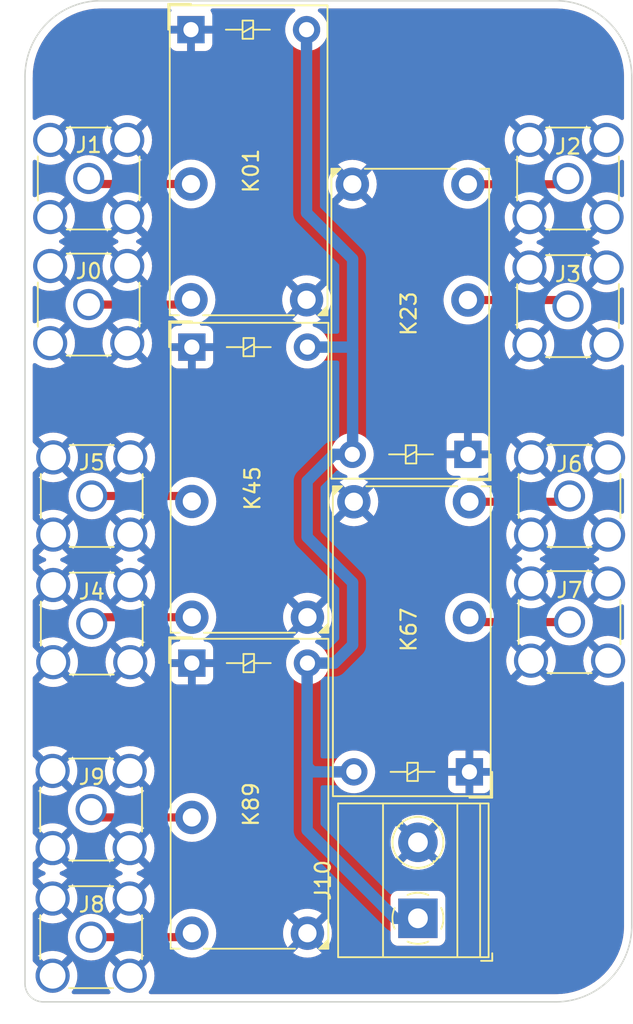
<source format=kicad_pcb>
(kicad_pcb (version 20211014) (generator pcbnew)
  (layers (0 "F.Cu" signal) (31 "B.Cu" signal) (34 "B.Paste" user) (35 "F.Paste" user) (36 "B.SilkS" user "B.Silkscreen") (37 "F.SilkS" user "F.Silkscreen") (38 "B.Mask" user) (39 "F.Mask" user) (44 "Edge.Cuts" user))
  (net 0 "")
  (net 1 "Net-(J0-Pad1)")
  (net 2 "GND")
  (net 3 "Net-(J1-Pad1)")
  (net 4 "Net-(J2-Pad1)")
  (net 5 "Net-(J3-Pad1)")
  (net 6 "Net-(J4-Pad1)")
  (net 7 "Net-(J5-Pad1)")
  (net 8 "Net-(J6-Pad1)")
  (net 9 "Net-(J7-Pad1)")
  (net 10 "Net-(J8-Pad1)")
  (net 11 "Net-(J9-Pad1)")
  (net 12 "+12V")
  (footprint "Connector_Coaxial:SMA_Amphenol_132134-11_Vertical" (layer "F.Cu") (at 264.3 119.6 -90)
    (fp_text reference "J6" (at -2.1 0 180) (layer "F.SilkS"))
    (fp_text value "SMA Connector")
    (fp_line (start -1.45 -3.355) (end 1.45 -3.355) (layer "F.SilkS") (width 0.12))
    (fp_line (start 3.355 -1.45) (end 3.355 1.45) (layer "F.SilkS") (width 0.12))
    (fp_line (start -1.45 3.355) (end 1.45 3.355) (layer "F.SilkS") (width 0.12))
    (fp_line (start -3.355 -1.45) (end -3.355 1.45) (layer "F.SilkS") (width 0.12))
    (pad "1" thru_hole circle (at 0 0 270) (size 2.05 2.05) (drill 1.5) (layers *.Cu *.Mask) (net 8 "Net-(J6-Pad1)"))
    (pad "2" thru_hole circle (at -2.54 2.54 270) (size 2.25 2.25) (drill 1.7) (layers *.Cu *.Mask) (net 2 "GND"))
    (pad "2" thru_hole circle (at 2.54 -2.54 270) (size 2.25 2.25) (drill 1.7) (layers *.Cu *.Mask) (net 2 "GND"))
    (pad "2" thru_hole circle (at 2.54 2.54 270) (size 2.25 2.25) (drill 1.7) (layers *.Cu *.Mask) (net 2 "GND"))
    (pad "2" thru_hole circle (at -2.54 -2.54 270) (size 2.25 2.25) (drill 1.7) (layers *.Cu *.Mask) (net 2 "GND"))
  )
  (footprint "Connector_Coaxial:SMA_Amphenol_132134-11_Vertical" (layer "F.Cu") (at 232.76 148.64 90)
    (fp_text reference "J8" (at 2.14 0.04 180) (layer "F.SilkS"))
    (fp_text value "SMA Connector")
    (fp_line (start 3.355 -1.45) (end 3.355 1.45) (layer "F.SilkS") (width 0.12))
    (fp_line (start -1.45 3.355) (end 1.45 3.355) (layer "F.SilkS") (width 0.12))
    (fp_line (start -1.45 -3.355) (end 1.45 -3.355) (layer "F.SilkS") (width 0.12))
    (fp_line (start -3.355 -1.45) (end -3.355 1.45) (layer "F.SilkS") (width 0.12))
    (pad "1" thru_hole circle (at 0 0 90) (size 2.05 2.05) (drill 1.5) (layers *.Cu *.Mask) (net 10 "Net-(J8-Pad1)"))
    (pad "2" thru_hole circle (at -2.54 -2.54 90) (size 2.25 2.25) (drill 1.7) (layers *.Cu *.Mask) (net 2 "GND"))
    (pad "2" thru_hole circle (at -2.54 2.54 90) (size 2.25 2.25) (drill 1.7) (layers *.Cu *.Mask) (net 2 "GND"))
    (pad "2" thru_hole circle (at 2.54 2.54 90) (size 2.25 2.25) (drill 1.7) (layers *.Cu *.Mask) (net 2 "GND"))
    (pad "2" thru_hole circle (at 2.54 -2.54 90) (size 2.25 2.25) (drill 1.7) (layers *.Cu *.Mask) (net 2 "GND"))
  )
  (footprint "Relay_THT:Relay_SPDT_Finder_32.21-x000" (layer "F.Cu") (at 239.3425 88.9025 -90)
    (fp_text reference "K01" (at 9.2975 -3.9575 90) (layer "F.SilkS"))
    (fp_text value "FINDER-32.21-x000")
    (fp_line (start 18.8 -9) (end 18.8 -8.4) (layer "F.SilkS") (width 0.12))
    (fp_line (start 0 -4.1) (end 0 -5.2) (layer "F.SilkS") (width 0.12))
    (fp_line (start 0 -3.4) (end 0 -2.3) (layer "F.SilkS") (width 0.12))
    (fp_line (start 0.6 -3.4) (end 0.6 -4.1) (layer "F.SilkS") (width 0.12))
    (fp_line (start 0 1.5) (end -1.7 1.5) (layer "F.SilkS") (width 0.12))
    (fp_line (start 18.8 -8.6) (end 18.4 -9) (layer "F.SilkS") (width 0.12))
    (fp_line (start -1.7 1.5) (end -1.7 0) (layer "F.SilkS") (width 0.12))
    (fp_line (start -1.6 -9) (end 18.8 -9) (layer "F.SilkS") (width 0.12))
    (fp_line (start 18.8 0.8) (end 18.8 1.4) (layer "F.SilkS") (width 0.12))
    (fp_line (start 18.8 -8.5) (end 18.3 -9) (layer "F.SilkS") (width 0.12))
    (fp_line (start 18.8 1.4) (end -1.6 1.4) (layer "F.SilkS") (width 0.12))
    (fp_line (start -0.6 -3.4) (end 0.6 -3.4) (layer "F.SilkS") (width 0.12))
    (fp_line (start 18.2 -9) (end 18.8 -8.4) (layer "F.SilkS") (width 0.12))
    (fp_line (start 18.6 -9) (end 18.8 -8.8) (layer "F.SilkS") (width 0.12))
    (fp_line (start 0.6 -4.1) (end -0.6 -4.1) (layer "F.SilkS") (width 0.12))
    (fp_line (start 18.8 -6.8) (end 18.8 -0.8) (layer "F.SilkS") (width 0.12))
    (fp_line (start -1.6 1.4) (end -1.6 -9) (layer "F.SilkS") (width 0.12))
    (fp_line (start -0.6 -4.1) (end -0.6 -3.4) (layer "F.SilkS") (width 0.12))
    (fp_line (start 0.2 -3.4) (end -0.2 -4.1) (layer "F.SilkS") (width 0.12))
    (fp_line (start 18.8 -8.7) (end 18.4 -9) (layer "F.SilkS") (width 0.12))
    (pad "11" thru_hole circle (at 10.16 0) (size 2.2 2.2) (drill 1.2) (layers *.Cu *.Mask) (net 3 "Net-(J1-Pad1)"))
    (pad "12" thru_hole circle (at 17.78 -7.62) (size 2.2 2.2) (drill 1.2) (layers *.Cu *.Mask) (net 2 "GND"))
    (pad "14" thru_hole circle (at 17.78 0) (size 2.2 2.2) (drill 1.2) (layers *.Cu *.Mask) (net 1 "Net-(J0-Pad1)"))
    (pad "A1" thru_hole rect (at 0 0) (size 1.8 1.8) (drill 1) (layers *.Cu *.Mask) (net 2 "GND"))
    (pad "A2" thru_hole circle (at 0 -7.62) (size 1.8 1.8) (drill 1) (layers *.Cu *.Mask) (net 12 "+12V"))
  )
  (footprint "Relay_THT:Relay_SPDT_Finder_32.21-x000" (layer "F.Cu") (at 257.7 137.76 90)
    (fp_text reference "K67" (at 9.36 -4 90) (layer "F.SilkS"))
    (fp_text value "FINDER-32.21-x000")
    (fp_line (start 18.8 -8.7) (end 18.4 -9) (layer "F.SilkS") (width 0.12))
    (fp_line (start -1.7 1.5) (end -1.7 0) (layer "F.SilkS") (width 0.12))
    (fp_line (start 0.2 -3.4) (end -0.2 -4.1) (layer "F.SilkS") (width 0.12))
    (fp_line (start 0.6 -3.4) (end 0.6 -4.1) (layer "F.SilkS") (width 0.12))
    (fp_line (start -0.6 -3.4) (end 0.6 -3.4) (layer "F.SilkS") (width 0.12))
    (fp_line (start 18.2 -9) (end 18.8 -8.4) (layer "F.SilkS") (width 0.12))
    (fp_line (start -0.6 -4.1) (end -0.6 -3.4) (layer "F.SilkS") (width 0.12))
    (fp_line (start 18.8 -8.6) (end 18.4 -9) (layer "F.SilkS") (width 0.12))
    (fp_line (start 18.8 -9) (end 18.8 -8.4) (layer "F.SilkS") (width 0.12))
    (fp_line (start -1.6 1.4) (end -1.6 -9) (layer "F.SilkS") (width 0.12))
    (fp_line (start 0 -4.1) (end 0 -5.2) (layer "F.SilkS") (width 0.12))
    (fp_line (start 18.8 -8.5) (end 18.3 -9) (layer "F.SilkS") (width 0.12))
    (fp_line (start 18.8 1.4) (end -1.6 1.4) (layer "F.SilkS") (width 0.12))
    (fp_line (start 18.8 -6.8) (end 18.8 -0.8) (layer "F.SilkS") (width 0.12))
    (fp_line (start -1.6 -9) (end 18.8 -9) (layer "F.SilkS") (width 0.12))
    (fp_line (start 0 1.5) (end -1.7 1.5) (layer "F.SilkS") (width 0.12))
    (fp_line (start 0.6 -4.1) (end -0.6 -4.1) (layer "F.SilkS") (width 0.12))
    (fp_line (start 18.8 0.8) (end 18.8 1.4) (layer "F.SilkS") (width 0.12))
    (fp_line (start 18.6 -9) (end 18.8 -8.8) (layer "F.SilkS") (width 0.12))
    (fp_line (start 0 -3.4) (end 0 -2.3) (layer "F.SilkS") (width 0.12))
    (pad "11" thru_hole circle (at 10.16 0 180) (size 2.2 2.2) (drill 1.2) (layers *.Cu *.Mask) (net 9 "Net-(J7-Pad1)"))
    (pad "12" thru_hole circle (at 17.78 -7.62 180) (size 2.2 2.2) (drill 1.2) (layers *.Cu *.Mask) (net 2 "GND"))
    (pad "14" thru_hole circle (at 17.78 0 180) (size 2.2 2.2) (drill 1.2) (layers *.Cu *.Mask) (net 8 "Net-(J6-Pad1)"))
    (pad "A1" thru_hole rect (at 0 0 180) (size 1.8 1.8) (drill 1) (layers *.Cu *.Mask) (net 2 "GND"))
    (pad "A2" thru_hole circle (at 0 -7.62 180) (size 1.8 1.8) (drill 1) (layers *.Cu *.Mask) (net 12 "+12V"))
  )
  (footprint "TerminalBlock_Phoenix:TerminalBlock_Phoenix_MKDS-1,5-2_1x02_P5.00mm_Horizontal" (layer "F.Cu") (at 254.305 147.4 90)
    (fp_text reference "J10" (at 2.5 -6.26 90) (layer "F.SilkS"))
    (fp_text value "Screw_Terminal_01x02")
    (fp_line (start 3.773 1.023) (end 3.726 1.069) (layer "F.SilkS") (width 0.12))
    (fp_line (start -2.56 -5.261) (end 7.56 -5.261) (layer "F.SilkS") (width 0.12))
    (fp_line (start -2.8 4.16) (end -2.8 4.9) (layer "F.SilkS") (width 0.12))
    (fp_line (start -2.8 4.9) (end -2.3 4.9) (layer "F.SilkS") (width 0.12))
    (fp_line (start -2.56 4.1) (end 7.56 4.1) (layer "F.SilkS") (width 0.12))
    (fp_line (start -2.56 2.6) (end 7.56 2.6) (layer "F.SilkS") (width 0.12))
    (fp_line (start 6.07 -1.275) (end 6.035 -1.239) (layer "F.SilkS") (width 0.12))
    (fp_line (start 6.275 -1.069) (end 6.228 -1.023) (layer "F.SilkS") (width 0.12))
    (fp_line (start -2.56 4.66) (end 7.56 4.66) (layer "F.SilkS") (width 0.12))
    (fp_line (start -2.56 -2.301) (end 7.56 -2.301) (layer "F.SilkS") (width 0.12))
    (fp_line (start 3.966 1.239) (end 3.931 1.274) (layer "F.SilkS") (width 0.12))
    (fp_line (start 7.56 -5.261) (end 7.56 4.66) (layer "F.SilkS") (width 0.12))
    (fp_line (start -2.56 -5.261) (end -2.56 4.66) (layer "F.SilkS") (width 0.12))
    (fp_arc (start -0.683042 -1.535427) (mid 0.000524 -1.680501) (end 0.684 -1.535) (layer "F.SilkS") (width 0.12))
    (fp_arc (start 1.535427 -0.683042) (mid 1.680501 0.000524) (end 1.535 0.684) (layer "F.SilkS") (width 0.12))
    (fp_arc (start -1.535427 0.683042) (mid -1.680501 -0.000524) (end -1.535 -0.684) (layer "F.SilkS") (width 0.12))
    (fp_arc (start 0.683318 1.534756) (mid 0.349292 1.643288) (end 0 1.68) (layer "F.SilkS") (width 0.12))
    (fp_arc (start 0.028805 1.680253) (mid -0.335551 1.646659) (end -0.684 1.535) (layer "F.SilkS") (width 0.12))
    (fp_circle (center 5 0) (end 6.68 0) (layer "F.SilkS") (width 0.12) (fill none))
    (pad "1" thru_hole rect (at 0 0 90) (size 2.6 2.6) (drill 1.3) (layers *.Cu *.Mask) (net 12 "+12V"))
    (pad "2" thru_hole circle (at 5 0 90) (size 2.6 2.6) (drill 1.3) (layers *.Cu *.Mask) (net 2 "GND"))
  )
  (footprint "Relay_THT:Relay_SPDT_Finder_32.21-x000" (layer "F.Cu") (at 257.6 116.86 90)
    (fp_text reference "K23" (at 9.26 -3.9 90) (layer "F.SilkS"))
    (fp_text value "FINDER-32.21-x000")
    (fp_line (start 18.6 -9) (end 18.8 -8.8) (layer "F.SilkS") (width 0.12))
    (fp_line (start 18.8 -8.5) (end 18.3 -9) (layer "F.SilkS") (width 0.12))
    (fp_line (start 0.6 -4.1) (end -0.6 -4.1) (layer "F.SilkS") (width 0.12))
    (fp_line (start 18.8 -6.8) (end 18.8 -0.8) (layer "F.SilkS") (width 0.12))
    (fp_line (start 18.2 -9) (end 18.8 -8.4) (layer "F.SilkS") (width 0.12))
    (fp_line (start -1.7 1.5) (end -1.7 0) (layer "F.SilkS") (width 0.12))
    (fp_line (start 18.8 -9) (end 18.8 -8.4) (layer "F.SilkS") (width 0.12))
    (fp_line (start 18.8 -8.6) (end 18.4 -9) (layer "F.SilkS") (width 0.12))
    (fp_line (start 18.8 -8.7) (end 18.4 -9) (layer "F.SilkS") (width 0.12))
    (fp_line (start -1.6 1.4) (end -1.6 -9) (layer "F.SilkS") (width 0.12))
    (fp_line (start 0 -3.4) (end 0 -2.3) (layer "F.SilkS") (width 0.12))
    (fp_line (start 18.8 1.4) (end -1.6 1.4) (layer "F.SilkS") (width 0.12))
    (fp_line (start 18.8 0.8) (end 18.8 1.4) (layer "F.SilkS") (width 0.12))
    (fp_line (start 0 -4.1) (end 0 -5.2) (layer "F.SilkS") (width 0.12))
    (fp_line (start -0.6 -3.4) (end 0.6 -3.4) (layer "F.SilkS") (width 0.12))
    (fp_line (start 0.6 -3.4) (end 0.6 -4.1) (layer "F.SilkS") (width 0.12))
    (fp_line (start -1.6 -9) (end 18.8 -9) (layer "F.SilkS") (width 0.12))
    (fp_line (start -0.6 -4.1) (end -0.6 -3.4) (layer "F.SilkS") (width 0.12))
    (fp_line (start 0 1.5) (end -1.7 1.5) (layer "F.SilkS") (width 0.12))
    (fp_line (start 0.2 -3.4) (end -0.2 -4.1) (layer "F.SilkS") (width 0.12))
    (pad "11" thru_hole circle (at 10.16 0 180) (size 2.2 2.2) (drill 1.2) (layers *.Cu *.Mask) (net 5 "Net-(J3-Pad1)"))
    (pad "12" thru_hole circle (at 17.78 -7.62 180) (size 2.2 2.2) (drill 1.2) (layers *.Cu *.Mask) (net 2 "GND"))
    (pad "14" thru_hole circle (at 17.78 0 180) (size 2.2 2.2) (drill 1.2) (layers *.Cu *.Mask) (net 4 "Net-(J2-Pad1)"))
    (pad "A1" thru_hole rect (at 0 0 180) (size 1.8 1.8) (drill 1) (layers *.Cu *.Mask) (net 2 "GND"))
    (pad "A2" thru_hole circle (at 0 -7.62 180) (size 1.8 1.8) (drill 1) (layers *.Cu *.Mask) (net 12 "+12V"))
  )
  (footprint "Connector_Coaxial:SMA_Amphenol_132134-11_Vertical" (layer "F.Cu") (at 232.76 140.24 90)
    (fp_text reference "J9" (at 2.14 0.04 180) (layer "F.SilkS"))
    (fp_text value "SMA Connector")
    (fp_line (start -1.45 -3.355) (end 1.45 -3.355) (layer "F.SilkS") (width 0.12))
    (fp_line (start -3.355 -1.45) (end -3.355 1.45) (layer "F.SilkS") (width 0.12))
    (fp_line (start -1.45 3.355) (end 1.45 3.355) (layer "F.SilkS") (width 0.12))
    (fp_line (start 3.355 -1.45) (end 3.355 1.45) (layer "F.SilkS") (width 0.12))
    (pad "1" thru_hole circle (at 0 0 90) (size 2.05 2.05) (drill 1.5) (layers *.Cu *.Mask) (net 11 "Net-(J9-Pad1)"))
    (pad "2" thru_hole circle (at 2.54 -2.54 90) (size 2.25 2.25) (drill 1.7) (layers *.Cu *.Mask) (net 2 "GND"))
    (pad "2" thru_hole circle (at -2.54 -2.54 90) (size 2.25 2.25) (drill 1.7) (layers *.Cu *.Mask) (net 2 "GND"))
    (pad "2" thru_hole circle (at 2.54 2.54 90) (size 2.25 2.25) (drill 1.7) (layers *.Cu *.Mask) (net 2 "GND"))
    (pad "2" thru_hole circle (at -2.54 2.54 90) (size 2.25 2.25) (drill 1.7) (layers *.Cu *.Mask) (net 2 "GND"))
  )
  (footprint "Connector_Coaxial:SMA_Amphenol_132134-11_Vertical" (layer "F.Cu") (at 232.8 128 90)
    (fp_text reference "J4" (at 2.1 0 180) (layer "F.SilkS"))
    (fp_text value "SMA Connector")
    (fp_line (start -1.45 -3.355) (end 1.45 -3.355) (layer "F.SilkS") (width 0.12))
    (fp_line (start -1.45 3.355) (end 1.45 3.355) (layer "F.SilkS") (width 0.12))
    (fp_line (start 3.355 -1.45) (end 3.355 1.45) (layer "F.SilkS") (width 0.12))
    (fp_line (start -3.355 -1.45) (end -3.355 1.45) (layer "F.SilkS") (width 0.12))
    (pad "1" thru_hole circle (at 0 0 90) (size 2.05 2.05) (drill 1.5) (layers *.Cu *.Mask) (net 6 "Net-(J4-Pad1)"))
    (pad "2" thru_hole circle (at -2.54 2.54 90) (size 2.25 2.25) (drill 1.7) (layers *.Cu *.Mask) (net 2 "GND"))
    (pad "2" thru_hole circle (at 2.54 -2.54 90) (size 2.25 2.25) (drill 1.7) (layers *.Cu *.Mask) (net 2 "GND"))
    (pad "2" thru_hole circle (at -2.54 -2.54 90) (size 2.25 2.25) (drill 1.7) (layers *.Cu *.Mask) (net 2 "GND"))
    (pad "2" thru_hole circle (at 2.54 2.54 90) (size 2.25 2.25) (drill 1.7) (layers *.Cu *.Mask) (net 2 "GND"))
  )
  (footprint "Relay_THT:Relay_SPDT_Finder_32.21-x000" (layer "F.Cu") (at 239.4 130.6 -90)
    (fp_text reference "K89" (at 9.3 -3.9 90) (layer "F.SilkS"))
    (fp_text value "FINDER-32.21-x000")
    (fp_line (start 0 1.5) (end -1.7 1.5) (layer "F.SilkS") (width 0.12))
    (fp_line (start 18.8 -8.7) (end 18.4 -9) (layer "F.SilkS") (width 0.12))
    (fp_line (start -1.7 1.5) (end -1.7 0) (layer "F.SilkS") (width 0.12))
    (fp_line (start 18.8 -8.5) (end 18.3 -9) (layer "F.SilkS") (width 0.12))
    (fp_line (start 18.6 -9) (end 18.8 -8.8) (layer "F.SilkS") (width 0.12))
    (fp_line (start -0.6 -4.1) (end -0.6 -3.4) (layer "F.SilkS") (width 0.12))
    (fp_line (start 0.6 -4.1) (end -0.6 -4.1) (layer "F.SilkS") (width 0.12))
    (fp_line (start 0.6 -3.4) (end 0.6 -4.1) (layer "F.SilkS") (width 0.12))
    (fp_line (start 18.2 -9) (end 18.8 -8.4) (layer "F.SilkS") (width 0.12))
    (fp_line (start 18.8 -9) (end 18.8 -8.4) (layer "F.SilkS") (width 0.12))
    (fp_line (start 18.8 -8.6) (end 18.4 -9) (layer "F.SilkS") (width 0.12))
    (fp_line (start 0.2 -3.4) (end -0.2 -4.1) (layer "F.SilkS") (width 0.12))
    (fp_line (start 18.8 -6.8) (end 18.8 -0.8) (layer "F.SilkS") (width 0.12))
    (fp_line (start 0 -3.4) (end 0 -2.3) (layer "F.SilkS") (width 0.12))
    (fp_line (start -1.6 -9) (end 18.8 -9) (layer "F.SilkS") (width 0.12))
    (fp_line (start -1.6 1.4) (end -1.6 -9) (layer "F.SilkS") (width 0.12))
    (fp_line (start 18.8 0.8) (end 18.8 1.4) (layer "F.SilkS") (width 0.12))
    (fp_line (start -0.6 -3.4) (end 0.6 -3.4) (layer "F.SilkS") (width 0.12))
    (fp_line (start 18.8 1.4) (end -1.6 1.4) (layer "F.SilkS") (width 0.12))
    (fp_line (start 0 -4.1) (end 0 -5.2) (layer "F.SilkS") (width 0.12))
    (pad "11" thru_hole circle (at 10.16 0) (size 2.2 2.2) (drill 1.2) (layers *.Cu *.Mask) (net 11 "Net-(J9-Pad1)"))
    (pad "12" thru_hole circle (at 17.78 -7.62) (size 2.2 2.2) (drill 1.2) (layers *.Cu *.Mask) (net 2 "GND"))
    (pad "14" thru_hole circle (at 17.78 0) (size 2.2 2.2) (drill 1.2) (layers *.Cu *.Mask) (net 10 "Net-(J8-Pad1)"))
    (pad "A1" thru_hole rect (at 0 0) (size 1.8 1.8) (drill 1) (layers *.Cu *.Mask) (net 2 "GND"))
    (pad "A2" thru_hole circle (at 0 -7.62) (size 1.8 1.8) (drill 1) (layers *.Cu *.Mask) (net 12 "+12V"))
  )
  (footprint "Connector_Coaxial:SMA_Amphenol_132134-11_Vertical" (layer "F.Cu") (at 264.2 98.7 -90)
    (fp_text reference "J2" (at -2.1 0 180) (layer "F.SilkS"))
    (fp_text value "SMA Connector")
    (fp_line (start -1.45 3.355) (end 1.45 3.355) (layer "F.SilkS") (width 0.12))
    (fp_line (start -1.45 -3.355) (end 1.45 -3.355) (layer "F.SilkS") (width 0.12))
    (fp_line (start -3.355 -1.45) (end -3.355 1.45) (layer "F.SilkS") (width 0.12))
    (fp_line (start 3.355 -1.45) (end 3.355 1.45) (layer "F.SilkS") (width 0.12))
    (pad "1" thru_hole circle (at 0 0 270) (size 2.05 2.05) (drill 1.5) (layers *.Cu *.Mask) (net 4 "Net-(J2-Pad1)"))
    (pad "2" thru_hole circle (at 2.54 -2.54 270) (size 2.25 2.25) (drill 1.7) (layers *.Cu *.Mask) (net 2 "GND"))
    (pad "2" thru_hole circle (at -2.54 -2.54 270) (size 2.25 2.25) (drill 1.7) (layers *.Cu *.Mask) (net 2 "GND"))
    (pad "2" thru_hole circle (at -2.54 2.54 270) (size 2.25 2.25) (drill 1.7) (layers *.Cu *.Mask) (net 2 "GND"))
    (pad "2" thru_hole circle (at 2.54 2.54 270) (size 2.25 2.25) (drill 1.7) (layers *.Cu *.Mask) (net 2 "GND"))
  )
  (footprint "Connector_Coaxial:SMA_Amphenol_132134-11_Vertical" (layer "F.Cu") (at 232.8 119.6 90)
    (fp_text reference "J5" (at 2.2 0) (layer "F.SilkS"))
    (fp_text value "SMA Connector")
    (fp_line (start -1.45 -3.355) (end 1.45 -3.355) (layer "F.SilkS") (width 0.12))
    (fp_line (start -1.45 3.355) (end 1.45 3.355) (layer "F.SilkS") (width 0.12))
    (fp_line (start -3.355 -1.45) (end -3.355 1.45) (layer "F.SilkS") (width 0.12))
    (fp_line (start 3.355 -1.45) (end 3.355 1.45) (layer "F.SilkS") (width 0.12))
    (pad "1" thru_hole circle (at 0 0 90) (size 2.05 2.05) (drill 1.5) (layers *.Cu *.Mask) (net 7 "Net-(J5-Pad1)"))
    (pad "2" thru_hole circle (at 2.54 2.54 90) (size 2.25 2.25) (drill 1.7) (layers *.Cu *.Mask) (net 2 "GND"))
    (pad "2" thru_hole circle (at 2.54 -2.54 90) (size 2.25 2.25) (drill 1.7) (layers *.Cu *.Mask) (net 2 "GND"))
    (pad "2" thru_hole circle (at -2.54 2.54 90) (size 2.25 2.25) (drill 1.7) (layers *.Cu *.Mask) (net 2 "GND"))
    (pad "2" thru_hole circle (at -2.54 -2.54 90) (size 2.25 2.25) (drill 1.7) (layers *.Cu *.Mask) (net 2 "GND"))
  )
  (footprint "Connector_Coaxial:SMA_Amphenol_132134-11_Vertical" (layer "F.Cu") (at 232.6 107 -90)
    (fp_text reference "J0" (at -2.2 0 180) (layer "F.SilkS"))
    (fp_text value "SMA Connector")
    (fp_line (start -1.45 3.355) (end 1.45 3.355) (layer "F.SilkS") (width 0.12))
    (fp_line (start -1.45 -3.355) (end 1.45 -3.355) (layer "F.SilkS") (width 0.12))
    (fp_line (start 3.355 -1.45) (end 3.355 1.45) (layer "F.SilkS") (width 0.12))
    (fp_line (start -3.355 -1.45) (end -3.355 1.45) (layer "F.SilkS") (width 0.12))
    (pad "1" thru_hole circle (at 0 0 270) (size 2.05 2.05) (drill 1.5) (layers *.Cu *.Mask) (net 1 "Net-(J0-Pad1)"))
    (pad "2" thru_hole circle (at -2.54 2.54 270) (size 2.25 2.25) (drill 1.7) (layers *.Cu *.Mask) (net 2 "GND"))
    (pad "2" thru_hole circle (at -2.54 -2.54 270) (size 2.25 2.25) (drill 1.7) (layers *.Cu *.Mask) (net 2 "GND"))
    (pad "2" thru_hole circle (at 2.54 2.54 270) (size 2.25 2.25) (drill 1.7) (layers *.Cu *.Mask) (net 2 "GND"))
    (pad "2" thru_hole circle (at 2.54 -2.54 270) (size 2.25 2.25) (drill 1.7) (layers *.Cu *.Mask) (net 2 "GND"))
  )
  (footprint "Connector_Coaxial:SMA_Amphenol_132134-11_Vertical" (layer "F.Cu") (at 232.6 98.7 -90)
    (fp_text reference "J1" (at -2.2 0) (layer "F.SilkS"))
    (fp_text value "SMA Connector")
    (fp_line (start -1.45 3.355) (end 1.45 3.355) (layer "F.SilkS") (width 0.12))
    (fp_line (start -1.45 -3.355) (end 1.45 -3.355) (layer "F.SilkS") (width 0.12))
    (fp_line (start -3.355 -1.45) (end -3.355 1.45) (layer "F.SilkS") (width 0.12))
    (fp_line (start 3.355 -1.45) (end 3.355 1.45) (layer "F.SilkS") (width 0.12))
    (pad "1" thru_hole circle (at 0 0 270) (size 2.05 2.05) (drill 1.5) (layers *.Cu *.Mask) (net 3 "Net-(J1-Pad1)"))
    (pad "2" thru_hole circle (at -2.54 2.54 270) (size 2.25 2.25) (drill 1.7) (layers *.Cu *.Mask) (net 2 "GND"))
    (pad "2" thru_hole circle (at 2.54 2.54 270) (size 2.25 2.25) (drill 1.7) (layers *.Cu *.Mask) (net 2 "GND"))
    (pad "2" thru_hole circle (at -2.54 -2.54 270) (size 2.25 2.25) (drill 1.7) (layers *.Cu *.Mask) (net 2 "GND"))
    (pad "2" thru_hole circle (at 2.54 -2.54 270) (size 2.25 2.25) (drill 1.7) (layers *.Cu *.Mask) (net 2 "GND"))
  )
  (footprint "Relay_THT:Relay_SPDT_Finder_32.21-x000" (layer "F.Cu") (at 239.4 109.8 -90)
    (fp_text reference "K45" (at 9.3 -4 90) (layer "F.SilkS"))
    (fp_text value "FINDER-32.21-x000")
    (fp_line (start 18.8 -8.5) (end 18.3 -9) (layer "F.SilkS") (width 0.12))
    (fp_line (start 18.8 0.8) (end 18.8 1.4) (layer "F.SilkS") (width 0.12))
    (fp_line (start 18.2 -9) (end 18.8 -8.4) (layer "F.SilkS") (width 0.12))
    (fp_line (start 18.8 -8.7) (end 18.4 -9) (layer "F.SilkS") (width 0.12))
    (fp_line (start 18.8 1.4) (end -1.6 1.4) (layer "F.SilkS") (width 0.12))
    (fp_line (start -1.6 -9) (end 18.8 -9) (layer "F.SilkS") (width 0.12))
    (fp_line (start 0 -4.1) (end 0 -5.2) (layer "F.SilkS") (width 0.12))
    (fp_line (start 0.6 -4.1) (end -0.6 -4.1) (layer "F.SilkS") (width 0.12))
    (fp_line (start -0.6 -4.1) (end -0.6 -3.4) (layer "F.SilkS") (width 0.12))
    (fp_line (start -1.6 1.4) (end -1.6 -9) (layer "F.SilkS") (width 0.12))
    (fp_line (start 18.6 -9) (end 18.8 -8.8) (layer "F.SilkS") (width 0.12))
    (fp_line (start 0 -3.4) (end 0 -2.3) (layer "F.SilkS") (width 0.12))
    (fp_line (start 18.8 -9) (end 18.8 -8.4) (layer "F.SilkS") (width 0.12))
    (fp_line (start -0.6 -3.4) (end 0.6 -3.4) (layer "F.SilkS") (width 0.12))
    (fp_line (start 18.8 -8.6) (end 18.4 -9) (layer "F.SilkS") (width 0.12))
    (fp_line (start 0.2 -3.4) (end -0.2 -4.1) (layer "F.SilkS") (width 0.12))
    (fp_line (start 0 1.5) (end -1.7 1.5) (layer "F.SilkS") (width 0.12))
    (fp_line (start -1.7 1.5) (end -1.7 0) (layer "F.SilkS") (width 0.12))
    (fp_line (start 18.8 -6.8) (end 18.8 -0.8) (layer "F.SilkS") (width 0.12))
    (fp_line (start 0.6 -3.4) (end 0.6 -4.1) (layer "F.SilkS") (width 0.12))
    (pad "11" thru_hole circle (at 10.16 0) (size 2.2 2.2) (drill 1.2) (layers *.Cu *.Mask) (net 7 "Net-(J5-Pad1)"))
    (pad "12" thru_hole circle (at 17.78 -7.62) (size 2.2 2.2) (drill 1.2) (layers *.Cu *.Mask) (net 2 "GND"))
    (pad "14" thru_hole circle (at 17.78 0) (size 2.2 2.2) (drill 1.2) (layers *.Cu *.Mask) (net 6 "Net-(J4-Pad1)"))
    (pad "A1" thru_hole rect (at 0 0) (size 1.8 1.8) (drill 1) (layers *.Cu *.Mask) (net 2 "GND"))
    (pad "A2" thru_hole circle (at 0 -7.62) (size 1.8 1.8) (drill 1) (layers *.Cu *.Mask) (net 12 "+12V"))
  )
  (footprint "Connector_Coaxial:SMA_Amphenol_132134-11_Vertical" (layer "F.Cu") (at 264.2 107.1 -90)
    (fp_text reference "J3" (at -2.1 0 180) (layer "F.SilkS"))
    (fp_text value "SMA Connector")
    (fp_line (start -1.45 3.355) (end 1.45 3.355) (layer "F.SilkS") (width 0.12))
    (fp_line (start -3.355 -1.45) (end -3.355 1.45) (layer "F.SilkS") (width 0.12))
    (fp_line (start 3.355 -1.45) (end 3.355 1.45) (layer "F.SilkS") (width 0.12))
    (fp_line (start -1.45 -3.355) (end 1.45 -3.355) (layer "F.SilkS") (width 0.12))
    (pad "1" thru_hole circle (at 0 0 270) (size 2.05 2.05) (drill 1.5) (layers *.Cu *.Mask) (net 5 "Net-(J3-Pad1)"))
    (pad "2" thru_hole circle (at -2.54 -2.54 270) (size 2.25 2.25) (drill 1.7) (layers *.Cu *.Mask) (net 2 "GND"))
    (pad "2" thru_hole circle (at 2.54 -2.54 270) (size 2.25 2.25) (drill 1.7) (layers *.Cu *.Mask) (net 2 "GND"))
    (pad "2" thru_hole circle (at 2.54 2.54 270) (size 2.25 2.25) (drill 1.7) (layers *.Cu *.Mask) (net 2 "GND"))
    (pad "2" thru_hole circle (at -2.54 2.54 270) (size 2.25 2.25) (drill 1.7) (layers *.Cu *.Mask) (net 2 "GND"))
  )
  (footprint "Connector_Coaxial:SMA_Amphenol_132134-11_Vertical" (layer "F.Cu") (at 264.3 127.9 -90)
    (fp_text reference "J7" (at -2.1 0 180) (layer "F.SilkS"))
    (fp_text value "SMA Connector")
    (fp_line (start -3.355 -1.45) (end -3.355 1.45) (layer "F.SilkS") (width 0.12))
    (fp_line (start 3.355 -1.45) (end 3.355 1.45) (layer "F.SilkS") (width 0.12))
    (fp_line (start -1.45 -3.355) (end 1.45 -3.355) (layer "F.SilkS") (width 0.12))
    (fp_line (start -1.45 3.355) (end 1.45 3.355) (layer "F.SilkS") (width 0.12))
    (pad "1" thru_hole circle (at 0 0 270) (size 2.05 2.05) (drill 1.5) (layers *.Cu *.Mask) (net 9 "Net-(J7-Pad1)"))
    (pad "2" thru_hole circle (at 2.54 -2.54 270) (size 2.25 2.25) (drill 1.7) (layers *.Cu *.Mask) (net 2 "GND"))
    (pad "2" thru_hole circle (at -2.54 -2.54 270) (size 2.25 2.25) (drill 1.7) (layers *.Cu *.Mask) (net 2 "GND"))
    (pad "2" thru_hole circle (at -2.54 2.54 270) (size 2.25 2.25) (drill 1.7) (layers *.Cu *.Mask) (net 2 "GND"))
    (pad "2" thru_hole circle (at 2.54 2.54 270) (size 2.25 2.25) (drill 1.7) (layers *.Cu *.Mask) (net 2 "GND"))
  )
  (gr_arc (start 263.4 87) (mid 266.935534 88.464466) (end 268.4 92) (layer "Edge.Cuts") (width 0.1))
  (gr_line (start 228.4 151.7) (end 228.4 92) (layer "Edge.Cuts") (width 0.1))
  (gr_line (start 233.4 87) (end 263.4 87) (layer "Edge.Cuts") (width 0.1))
  (gr_line (start 263.4 152.9) (end 229.6 152.9) (layer "Edge.Cuts") (width 0.1))
  (gr_arc (start 268.4 147.9) (mid 266.935534 151.435534) (end 263.4 152.9) (layer "Edge.Cuts") (width 0.1))
  (gr_line (start 268.4 92) (end 268.4 147.9) (layer "Edge.Cuts") (width 0.1))
  (gr_arc (start 229.6 152.9) (mid 228.751472 152.548528) (end 228.4 151.7) (layer "Edge.Cuts") (width 0.1))
  (gr_arc (start 228.4 92) (mid 229.864466 88.464466) (end 233.4 87) (layer "Edge.Cuts") (width 0.1))
  (segment (start 232.6 107) (end 239.025 107) (width 0.5334) (layer "F.Cu") (net 1))
  (segment (start 239.025 107) (end 239.3425 106.6825) (width 0.5334) (layer "F.Cu") (net 1))
  (segment (start 232.9625 99.0625) (end 232.6 98.7) (width 0.5334) (layer "F.Cu") (net 3))
  (segment (start 239.3425 99.0625) (end 232.9625 99.0625) (width 0.5334) (layer "F.Cu") (net 3))
  (segment (start 257.6 99.08) (end 263.82 99.08) (width 0.5334) (layer "F.Cu") (net 4))
  (segment (start 263.82 99.08) (end 264.2 98.7) (width 0.5334) (layer "F.Cu") (net 4))
  (segment (start 257.6 106.7) (end 263.8 106.7) (width 0.5334) (layer "F.Cu") (net 5))
  (segment (start 263.8 106.7) (end 264.2 107.1) (width 0.5334) (layer "F.Cu") (net 5))
  (segment (start 233.22 127.58) (end 232.8 128) (width 0.5334) (layer "F.Cu") (net 6))
  (segment (start 239.4 127.58) (end 233.22 127.58) (width 0.5334) (layer "F.Cu") (net 6))
  (segment (start 232.8 119.6) (end 239.04 119.6) (width 0.5334) (layer "F.Cu") (net 7))
  (segment (start 239.04 119.6) (end 239.4 119.96) (width 0.5334) (layer "F.Cu") (net 7))
  (segment (start 257.7 119.98) (end 263.92 119.98) (width 0.5334) (layer "F.Cu") (net 8))
  (segment (start 263.92 119.98) (end 264.3 119.6) (width 0.5334) (layer "F.Cu") (net 8))
  (segment (start 257.7 127.6) (end 258 127.9) (width 0.5334) (layer "F.Cu") (net 9))
  (segment (start 258 127.9) (end 264.3 127.9) (width 0.5334) (layer "F.Cu") (net 9))
  (segment (start 232.76 148.64) (end 239.14 148.64) (width 0.5334) (layer "F.Cu") (net 10))
  (segment (start 239.14 148.64) (end 239.4 148.38) (width 0.5334) (layer "F.Cu") (net 10))
  (segment (start 233.28 140.76) (end 232.76 140.24) (width 0.5334) (layer "F.Cu") (net 11))
  (segment (start 239.4 140.76) (end 233.28 140.76) (width 0.5334) (layer "F.Cu") (net 11))
  (segment (start 250 116.84) (end 249.98 116.86) (width 0.75) (layer "B.Cu") (net 12))
  (segment (start 248.8 130.6) (end 250 129.4) (width 0.75) (layer "B.Cu") (net 12))
  (segment (start 247 122.3) (end 247 118.62) (width 0.75) (layer "B.Cu") (net 12))
  (segment (start 250.08 137.76) (end 247.36 137.76) (width 0.75) (layer "B.Cu") (net 12))
  (segment (start 247.36 137.76) (end 247 137.4) (width 0.75) (layer "B.Cu") (net 12))
  (segment (start 250 110) (end 250 116.84) (width 0.75) (layer "B.Cu") (net 12))
  (segment (start 249.8 109.8) (end 250 110) (width 0.75) (layer "B.Cu") (net 12))
  (segment (start 247.02 109.8) (end 249.8 109.8) (width 0.75) (layer "B.Cu") (net 12))
  (segment (start 250 125.3) (end 247 122.3) (width 0.75) (layer "B.Cu") (net 12))
  (segment (start 247 136.5) (end 247 141.6) (width 0.75) (layer "B.Cu") (net 12))
  (segment (start 246.9625 100.9625) (end 250 104) (width 0.75) (layer "B.Cu") (net 12))
  (segment (start 250 104) (end 250 110) (width 0.75) (layer "B.Cu") (net 12))
  (segment (start 247.02 130.6) (end 248.8 130.6) (width 0.75) (layer "B.Cu") (net 12))
  (segment (start 247 118.62) (end 248.76 116.86) (width 0.75) (layer "B.Cu") (net 12))
  (segment (start 250 129.4) (end 250 125.3) (width 0.75) (layer "B.Cu") (net 12))
  (segment (start 248.76 116.86) (end 249.98 116.86) (width 0.75) (layer "B.Cu") (net 12))
  (segment (start 246.9625 88.9025) (end 246.9625 100.9625) (width 0.75) (layer "B.Cu") (net 12))
  (segment (start 247 141.6) (end 252.8 147.4) (width 0.75) (layer "B.Cu") (net 12))
  (segment (start 247 130.6) (end 247 136.5) (width 0.75) (layer "B.Cu") (net 12))
  (segment (start 247 136.5) (end 247 137.4) (width 0.75) (layer "B.Cu") (net 12))
  (segment (start 252.8 147.4) (end 254.305 147.4) (width 0.75) (layer "B.Cu") (net 12))
  (zone (net 2) (net_name "GND") (layers F&B.Cu) (connect_pads (clearance 0.508)) (min_thickness 0.254) (fill yes (thermal_gap 0.508) (thermal_bridge_width 0.508))
    (polygon (pts (xy 268.4 152.9) (xy 228.4 152.9) (xy 228.4 87) (xy 268.4 87)))
  )
)
</source>
